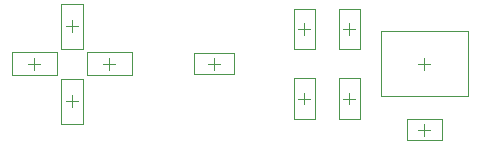
<source format=gbr>
G04*
G04 #@! TF.GenerationSoftware,Altium Limited,Altium Designer,24.9.1 (31)*
G04*
G04 Layer_Color=32768*
%FSLAX25Y25*%
%MOIN*%
G70*
G04*
G04 #@! TF.SameCoordinates,A25FCC72-9D46-4550-BA20-9C7FB643A395*
G04*
G04*
G04 #@! TF.FilePolarity,Positive*
G04*
G01*
G75*
%ADD28C,0.00394*%
%ADD29C,0.00197*%
D28*
X106532Y106250D02*
X110469D01*
X108500Y104282D02*
Y108219D01*
X196532Y117884D02*
X200469D01*
X198500Y115916D02*
Y119852D01*
X238500Y82282D02*
Y86219D01*
X236532Y84250D02*
X240469D01*
X121000Y116782D02*
Y120719D01*
X119032Y118750D02*
X122969D01*
X166532Y106250D02*
X170469D01*
X168500Y104282D02*
Y108219D01*
X236532Y106250D02*
X240469D01*
X238500Y104282D02*
Y108219D01*
X211532Y117884D02*
X215469D01*
X213500Y115916D02*
Y119852D01*
X121000Y91782D02*
Y95719D01*
X119032Y93750D02*
X122969D01*
X196532Y94616D02*
X200469D01*
X198500Y92648D02*
Y96585D01*
X131532Y106250D02*
X135469D01*
X133500Y104282D02*
Y108219D01*
X211532Y94616D02*
X215469D01*
X213500Y92648D02*
Y96585D01*
D29*
X116000Y102510D02*
Y109990D01*
X101000Y102510D02*
Y109990D01*
X116000D01*
X101000Y102510D02*
X116000D01*
X202043Y111191D02*
Y124577D01*
X194957Y111191D02*
Y124577D01*
Y111191D02*
X202043D01*
X194957Y124577D02*
X202043D01*
X232595Y80707D02*
X244406D01*
X232595Y87793D02*
X244406D01*
X232595Y80707D02*
Y87793D01*
X244406Y80707D02*
Y87793D01*
X117260Y126250D02*
X124740D01*
X117260Y111250D02*
X124740D01*
X117260D02*
Y126250D01*
X124740Y111250D02*
Y126250D01*
X175193Y102707D02*
Y109793D01*
X161807Y102707D02*
Y109793D01*
X175193D01*
X161807Y102707D02*
X175193D01*
X253067Y95423D02*
Y117077D01*
X223933Y95423D02*
Y117077D01*
X253067D01*
X223933Y95423D02*
X253067D01*
X209957Y111191D02*
Y124577D01*
X217043Y111191D02*
Y124577D01*
X209957D02*
X217043D01*
X209957Y111191D02*
X217043D01*
X117260Y101250D02*
X124740D01*
X117260Y86250D02*
X124740D01*
X117260D02*
Y101250D01*
X124740Y86250D02*
Y101250D01*
X202043Y87923D02*
Y101309D01*
X194957Y87923D02*
Y101309D01*
Y87923D02*
X202043D01*
X194957Y101309D02*
X202043D01*
X141000Y102510D02*
Y109990D01*
X126000Y102510D02*
Y109990D01*
X141000D01*
X126000Y102510D02*
X141000D01*
X217043Y87923D02*
Y101309D01*
X209957Y87923D02*
Y101309D01*
Y87923D02*
X217043D01*
X209957Y101309D02*
X217043D01*
M02*

</source>
